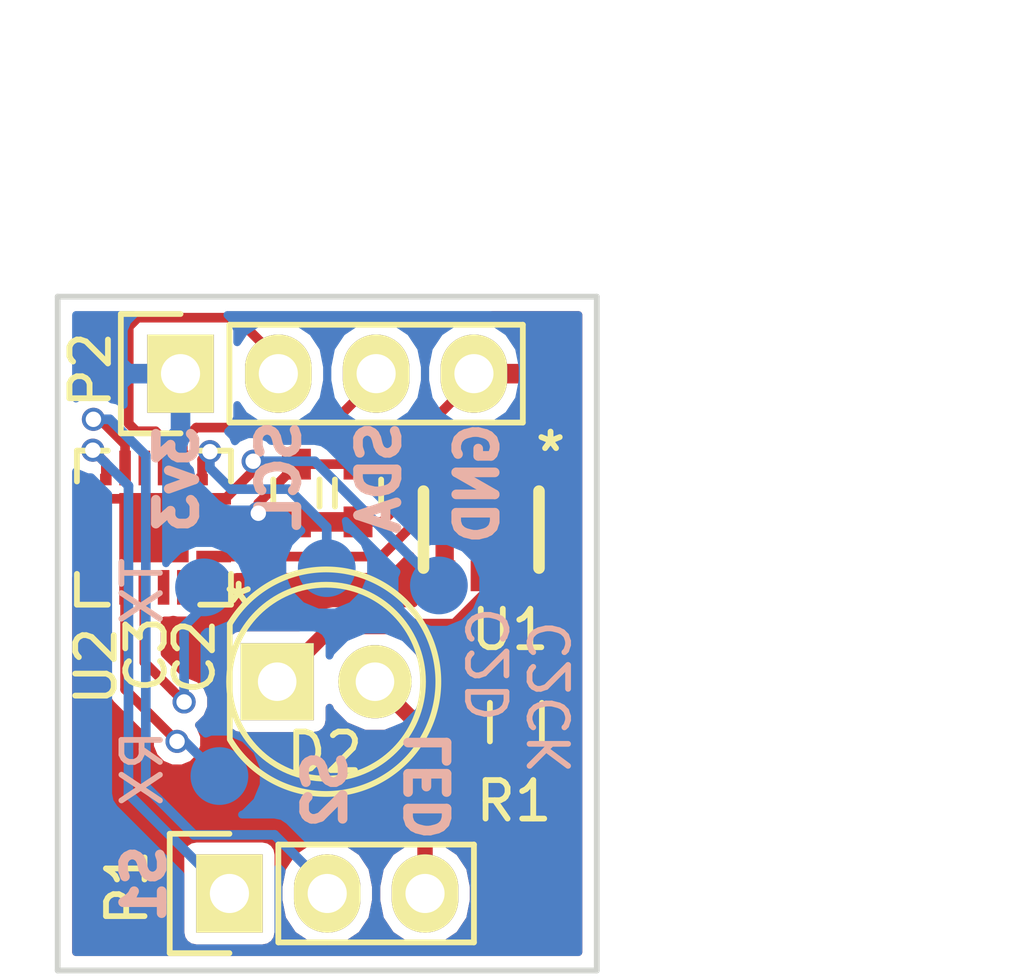
<source format=kicad_pcb>
(kicad_pcb (version 4) (host pcbnew "(2016-01-25 BZR 6514, Git a23e712)-product")

  (general
    (links 22)
    (no_connects 0)
    (area 141.225 97.65 172.075242 125.608333)
    (thickness 1.6)
    (drawings 13)
    (tracks 100)
    (zones 0)
    (modules 12)
    (nets 15)
  )

  (page A4)
  (layers
    (0 F.Cu signal)
    (31 B.Cu signal)
    (32 B.Adhes user)
    (33 F.Adhes user)
    (34 B.Paste user)
    (35 F.Paste user)
    (36 B.SilkS user hide)
    (37 F.SilkS user)
    (38 B.Mask user)
    (39 F.Mask user)
    (40 Dwgs.User user)
    (41 Cmts.User user)
    (42 Eco1.User user)
    (43 Eco2.User user)
    (44 Edge.Cuts user)
    (45 Margin user)
    (46 B.CrtYd user)
    (47 F.CrtYd user)
    (48 B.Fab user)
    (49 F.Fab user)
  )

  (setup
    (last_trace_width 0.25)
    (trace_clearance 0.2)
    (zone_clearance 0.3)
    (zone_45_only no)
    (trace_min 0.2)
    (segment_width 0.15)
    (edge_width 0.15)
    (via_size 0.6)
    (via_drill 0.4)
    (via_min_size 0.4)
    (via_min_drill 0.3)
    (uvia_size 0.3)
    (uvia_drill 0.1)
    (uvias_allowed no)
    (uvia_min_size 0.2)
    (uvia_min_drill 0.1)
    (pcb_text_width 0.3)
    (pcb_text_size 1.5 1.5)
    (mod_edge_width 0.15)
    (mod_text_size 1 1)
    (mod_text_width 0.15)
    (pad_size 1.524 1.524)
    (pad_drill 0.762)
    (pad_to_mask_clearance 0.2)
    (aux_axis_origin 150 115)
    (visible_elements FFFFFF7F)
    (pcbplotparams
      (layerselection 0x010f0_ffffffff)
      (usegerberextensions true)
      (excludeedgelayer true)
      (linewidth 0.100000)
      (plotframeref false)
      (viasonmask false)
      (mode 1)
      (useauxorigin true)
      (hpglpennumber 1)
      (hpglpenspeed 20)
      (hpglpendiameter 15)
      (hpglpenoverlay 2)
      (psnegative false)
      (psa4output false)
      (plotreference true)
      (plotvalue true)
      (plotinvisibletext false)
      (padsonsilk false)
      (subtractmaskfromsilk false)
      (outputformat 1)
      (mirror false)
      (drillshape 0)
      (scaleselection 1)
      (outputdirectory LED-Board-Module-gerbers/))
  )

  (net 0 "")
  (net 1 VDD)
  (net 2 GND)
  (net 3 "Net-(D2-Pad1)")
  (net 4 S1)
  (net 5 S2)
  (net 6 SCL)
  (net 7 SDA)
  (net 8 CTRL)
  (net 9 "Net-(U2-Pad6)")
  (net 10 "Net-(U2-Pad18)")
  (net 11 "Net-(U2-Pad17)")
  (net 12 "Net-(U2-Pad5)")
  (net 13 LED)
  (net 14 "Net-(R1-Pad2)")

  (net_class Default "This is the default net class."
    (clearance 0.2)
    (trace_width 0.25)
    (via_dia 0.6)
    (via_drill 0.4)
    (uvia_dia 0.3)
    (uvia_drill 0.1)
    (add_net CTRL)
    (add_net GND)
    (add_net LED)
    (add_net "Net-(D2-Pad1)")
    (add_net "Net-(R1-Pad2)")
    (add_net "Net-(U2-Pad17)")
    (add_net "Net-(U2-Pad18)")
    (add_net "Net-(U2-Pad5)")
    (add_net "Net-(U2-Pad6)")
    (add_net S1)
    (add_net S2)
    (add_net SCL)
    (add_net SDA)
    (add_net VDD)
  )

  (module Footprints:Silabs-QFN20 (layer F.Cu) (tedit 576CDA69) (tstamp 5747F9C7)
    (at 145.5 111 180)
    (path /5745B630)
    (fp_text reference U2 (at 1.5 -3.6 450) (layer F.SilkS)
      (effects (font (size 1 1) (thickness 0.15)))
    )
    (fp_text value EFM8BB10F2G (at 3.15 -0.9 270) (layer F.Fab)
      (effects (font (size 1 1) (thickness 0.15)))
    )
    (fp_line (start -2 2) (end -2 -2) (layer F.CrtYd) (width 0.1))
    (fp_line (start 2 2) (end -2 2) (layer F.CrtYd) (width 0.1))
    (fp_line (start 2 -2) (end 2 2) (layer F.CrtYd) (width 0.1))
    (fp_line (start -2 -2) (end 2 -2) (layer F.CrtYd) (width 0.1))
    (fp_text user * (at -2.2 -2 180) (layer F.SilkS)
      (effects (font (size 1 1) (thickness 0.15)))
    )
    (fp_line (start 2 -2) (end 1.2 -2) (layer F.SilkS) (width 0.15))
    (fp_line (start 2 -1.2) (end 2 -2) (layer F.SilkS) (width 0.15))
    (fp_line (start 1.2 2) (end 2 2) (layer F.SilkS) (width 0.15))
    (fp_line (start -2 2) (end -1.2 2) (layer F.SilkS) (width 0.15))
    (fp_line (start -2 1.2) (end -2 2) (layer F.SilkS) (width 0.15))
    (fp_line (start -2 -2) (end -1.2 -2) (layer F.SilkS) (width 0.15))
    (fp_line (start -2 -1.2) (end -2 -2) (layer F.SilkS) (width 0.15))
    (fp_line (start 2 1.2) (end 2 2) (layer F.SilkS) (width 0.15))
    (pad 21 smd rect (at 0 0 180) (size 1.8 1.8) (layers F.Cu F.Paste F.Mask)
      (net 2 GND))
    (pad 6 smd rect (at -1.25 1.25 180) (size 0.3 0.3) (layers F.Cu F.Paste F.Mask)
      (net 9 "Net-(U2-Pad6)"))
    (pad 1 smd rect (at -1.25 -1.25 180) (size 0.3 0.3) (layers F.Cu F.Paste F.Mask))
    (pad 11 smd rect (at 1.25 1.25 180) (size 0.3 0.3) (layers F.Cu F.Paste F.Mask)
      (net 4 S1))
    (pad 16 smd rect (at 1.25 -1.25 180) (size 0.3 0.3) (layers F.Cu F.Paste F.Mask))
    (pad 7 smd rect (at -0.75 1.55 180) (size 0.3 0.9) (layers F.Cu F.Paste F.Mask)
      (net 7 SDA))
    (pad 8 smd rect (at -0.25 1.55 180) (size 0.3 0.9) (layers F.Cu F.Paste F.Mask)
      (net 6 SCL))
    (pad 9 smd rect (at 0.25 1.55 180) (size 0.3 0.9) (layers F.Cu F.Paste F.Mask))
    (pad 10 smd rect (at 0.75 1.55 180) (size 0.3 0.9) (layers F.Cu F.Paste F.Mask)
      (net 5 S2))
    (pad 20 smd rect (at -0.75 -1.55 180) (size 0.3 0.9) (layers F.Cu F.Paste F.Mask))
    (pad 19 smd rect (at -0.25 -1.55 180) (size 0.3 0.9) (layers F.Cu F.Paste F.Mask))
    (pad 18 smd rect (at 0.25 -1.55 180) (size 0.3 0.9) (layers F.Cu F.Paste F.Mask)
      (net 10 "Net-(U2-Pad18)"))
    (pad 17 smd rect (at 0.75 -1.55 180) (size 0.3 0.9) (layers F.Cu F.Paste F.Mask)
      (net 11 "Net-(U2-Pad17)"))
    (pad 2 smd rect (at -1.55 -0.75 270) (size 0.3 0.9) (layers F.Cu F.Paste F.Mask)
      (net 8 CTRL))
    (pad 4 smd rect (at -1.55 0.25 270) (size 0.3 0.9) (layers F.Cu F.Paste F.Mask)
      (net 1 VDD))
    (pad 3 smd rect (at -1.55 -0.25 270) (size 0.3 0.9) (layers F.Cu F.Paste F.Mask)
      (net 2 GND))
    (pad 5 smd rect (at -1.55 0.75 270) (size 0.3 0.9) (layers F.Cu F.Paste F.Mask)
      (net 12 "Net-(U2-Pad5)"))
    (pad 12 smd rect (at 1.55 0.75 270) (size 0.3 0.9) (layers F.Cu F.Paste F.Mask)
      (net 2 GND))
    (pad 13 smd rect (at 1.55 0.25 270) (size 0.3 0.9) (layers F.Cu F.Paste F.Mask))
    (pad 14 smd rect (at 1.55 -0.25 270) (size 0.3 0.9) (layers F.Cu F.Paste F.Mask))
    (pad 15 smd rect (at 1.55 -0.75 270) (size 0.3 0.9) (layers F.Cu F.Paste F.Mask))
  )

  (module SOT26 (layer F.Cu) (tedit 576C8ED3) (tstamp 576BC081)
    (at 154 111.05 180)
    (path /57712D0D)
    (fp_text reference U1 (at -0.75 -2.6 180) (layer F.SilkS)
      (effects (font (size 1 1) (thickness 0.15)))
    )
    (fp_text value BCR42XU (at -3.95 1.45 270) (layer F.Fab)
      (effects (font (size 1 1) (thickness 0.15)))
    )
    (fp_line (start 1.5 -1) (end 1.5 1) (layer F.SilkS) (width 0.3))
    (fp_line (start -1.5 -1) (end -1.5 1) (layer F.SilkS) (width 0.3))
    (fp_text user * (at -1.8 2 180) (layer F.SilkS)
      (effects (font (size 1 1) (thickness 0.15)))
    )
    (pad 6 smd rect (at -0.95 -1.2 180) (size 0.55 0.8) (layers F.Cu F.Paste F.Mask)
      (net 14 "Net-(R1-Pad2)"))
    (pad 5 smd rect (at 0 -1.2 180) (size 0.55 0.8) (layers F.Cu F.Paste F.Mask)
      (net 3 "Net-(D2-Pad1)"))
    (pad 4 smd rect (at 0.95 -1.2 180) (size 0.55 0.8) (layers F.Cu F.Paste F.Mask)
      (net 2 GND))
    (pad 1 smd rect (at -0.95 1.2 180) (size 0.55 0.8) (layers F.Cu F.Paste F.Mask)
      (net 8 CTRL))
    (pad 2 smd rect (at 0 1.2 180) (size 0.55 0.8) (layers F.Cu F.Paste F.Mask))
    (pad 3 smd rect (at 0.95 1.2 180) (size 0.55 0.8) (layers F.Cu F.Paste F.Mask))
  )

  (module LEDs:LED-5MM (layer F.Cu) (tedit 57481897) (tstamp 5747F98F)
    (at 148.7 115)
    (descr "LED 5mm round vertical")
    (tags "LED 5mm round vertical")
    (path /57466C85)
    (fp_text reference D2 (at 1.233 1.84) (layer F.SilkS)
      (effects (font (size 1 1) (thickness 0.15)))
    )
    (fp_text value LED (at 1.524 -3.937) (layer F.Fab) hide
      (effects (font (size 1 1) (thickness 0.15)))
    )
    (fp_line (start -1.5 -1.55) (end -1.5 1.55) (layer F.CrtYd) (width 0.05))
    (fp_arc (start 1.3 0) (end -1.5 1.55) (angle -302) (layer F.CrtYd) (width 0.05))
    (fp_arc (start 1.27 0) (end -1.23 -1.5) (angle 297.5) (layer F.SilkS) (width 0.15))
    (fp_line (start -1.23 1.5) (end -1.23 -1.5) (layer F.SilkS) (width 0.15))
    (fp_circle (center 1.27 0) (end 0.97 -2.5) (layer F.SilkS) (width 0.15))
    (fp_text user K (at -1.905 1.905) (layer F.SilkS) hide
      (effects (font (size 1 1) (thickness 0.15)))
    )
    (pad 1 thru_hole rect (at 0 0 90) (size 2 1.9) (drill 1.00076) (layers *.Cu *.Mask F.SilkS)
      (net 3 "Net-(D2-Pad1)"))
    (pad 2 thru_hole circle (at 2.54 0) (size 1.9 1.9) (drill 1.00076) (layers *.Cu *.Mask F.SilkS)
      (net 13 LED))
    (model LEDs.3dshapes/LED-5MM.wrl
      (at (xyz 0.05 0 0))
      (scale (xyz 1 1 1))
      (rotate (xyz 0 0 90))
    )
  )

  (module Pin_Headers:Pin_Header_Straight_1x03 (layer F.Cu) (tedit 5747FD85) (tstamp 5747F996)
    (at 147.46 120.5 90)
    (descr "Through hole pin header")
    (tags "pin header")
    (path /5747F9F4)
    (fp_text reference P1 (at 0.15 -2.66 90) (layer F.SilkS)
      (effects (font (size 1 1) (thickness 0.15)))
    )
    (fp_text value CONN_01X03 (at 0 -3.1 90) (layer F.Fab) hide
      (effects (font (size 1 1) (thickness 0.15)))
    )
    (fp_line (start -1.75 -1.75) (end -1.75 6.85) (layer F.CrtYd) (width 0.05))
    (fp_line (start 1.75 -1.75) (end 1.75 6.85) (layer F.CrtYd) (width 0.05))
    (fp_line (start -1.75 -1.75) (end 1.75 -1.75) (layer F.CrtYd) (width 0.05))
    (fp_line (start -1.75 6.85) (end 1.75 6.85) (layer F.CrtYd) (width 0.05))
    (fp_line (start -1.27 1.27) (end -1.27 6.35) (layer F.SilkS) (width 0.15))
    (fp_line (start -1.27 6.35) (end 1.27 6.35) (layer F.SilkS) (width 0.15))
    (fp_line (start 1.27 6.35) (end 1.27 1.27) (layer F.SilkS) (width 0.15))
    (fp_line (start 1.55 -1.55) (end 1.55 0) (layer F.SilkS) (width 0.15))
    (fp_line (start 1.27 1.27) (end -1.27 1.27) (layer F.SilkS) (width 0.15))
    (fp_line (start -1.55 0) (end -1.55 -1.55) (layer F.SilkS) (width 0.15))
    (fp_line (start -1.55 -1.55) (end 1.55 -1.55) (layer F.SilkS) (width 0.15))
    (pad 1 thru_hole rect (at 0 0 90) (size 2.032 1.7272) (drill 1.016) (layers *.Cu *.Mask F.SilkS)
      (net 4 S1))
    (pad 2 thru_hole oval (at 0 2.54 90) (size 2.032 1.7272) (drill 1.016) (layers *.Cu *.Mask F.SilkS)
      (net 5 S2))
    (pad 3 thru_hole oval (at 0 5.08 90) (size 2.032 1.7272) (drill 1.016) (layers *.Cu *.Mask F.SilkS)
      (net 13 LED))
    (model Pin_Headers.3dshapes/Pin_Header_Straight_1x03.wrl
      (at (xyz 0 -0.1 0))
      (scale (xyz 1 1 1))
      (rotate (xyz 0 0 90))
    )
  )

  (module Pin_Headers:Pin_Header_Straight_1x04 (layer F.Cu) (tedit 5747FD0B) (tstamp 5747F99E)
    (at 146.19 107 90)
    (descr "Through hole pin header")
    (tags "pin header")
    (path /5747FBC4)
    (fp_text reference P2 (at 0.1 -2.34 90) (layer F.SilkS)
      (effects (font (size 1 1) (thickness 0.15)))
    )
    (fp_text value CONN_01X04 (at 0 -3.1 90) (layer F.Fab) hide
      (effects (font (size 1 1) (thickness 0.15)))
    )
    (fp_line (start -1.75 -1.75) (end -1.75 9.4) (layer F.CrtYd) (width 0.05))
    (fp_line (start 1.75 -1.75) (end 1.75 9.4) (layer F.CrtYd) (width 0.05))
    (fp_line (start -1.75 -1.75) (end 1.75 -1.75) (layer F.CrtYd) (width 0.05))
    (fp_line (start -1.75 9.4) (end 1.75 9.4) (layer F.CrtYd) (width 0.05))
    (fp_line (start -1.27 1.27) (end -1.27 8.89) (layer F.SilkS) (width 0.15))
    (fp_line (start 1.27 1.27) (end 1.27 8.89) (layer F.SilkS) (width 0.15))
    (fp_line (start 1.55 -1.55) (end 1.55 0) (layer F.SilkS) (width 0.15))
    (fp_line (start -1.27 8.89) (end 1.27 8.89) (layer F.SilkS) (width 0.15))
    (fp_line (start 1.27 1.27) (end -1.27 1.27) (layer F.SilkS) (width 0.15))
    (fp_line (start -1.55 0) (end -1.55 -1.55) (layer F.SilkS) (width 0.15))
    (fp_line (start -1.55 -1.55) (end 1.55 -1.55) (layer F.SilkS) (width 0.15))
    (pad 1 thru_hole rect (at 0 0 90) (size 2.032 1.7272) (drill 1.016) (layers *.Cu *.Mask F.SilkS)
      (net 1 VDD))
    (pad 2 thru_hole oval (at 0 2.54 90) (size 2.032 1.7272) (drill 1.016) (layers *.Cu *.Mask F.SilkS)
      (net 6 SCL))
    (pad 3 thru_hole oval (at 0 5.08 90) (size 2.032 1.7272) (drill 1.016) (layers *.Cu *.Mask F.SilkS)
      (net 7 SDA))
    (pad 4 thru_hole oval (at 0 7.62 90) (size 2.032 1.7272) (drill 1.016) (layers *.Cu *.Mask F.SilkS)
      (net 2 GND))
    (model Pin_Headers.3dshapes/Pin_Header_Straight_1x04.wrl
      (at (xyz 0 -0.15 0))
      (scale (xyz 1 1 1))
      (rotate (xyz 0 0 90))
    )
  )

  (module Footprints:TEST_POINT (layer B.Cu) (tedit 57481AAA) (tstamp 5747F9CC)
    (at 146.8 112.55)
    (path /5745BEB5)
    (fp_text reference W1 (at 3 -1.5) (layer B.SilkS) hide
      (effects (font (size 1 1) (thickness 0.15)) (justify mirror))
    )
    (fp_text value TX (at -1.6 0.1 90) (layer B.SilkS)
      (effects (font (size 1 1) (thickness 0.15)) (justify mirror))
    )
    (pad 1 smd circle (at 0 0) (size 1.5 1.5) (layers B.Cu B.Paste B.Mask)
      (net 10 "Net-(U2-Pad18)"))
  )

  (module Footprints:TEST_POINT (layer B.Cu) (tedit 57481AB1) (tstamp 5747F9E5)
    (at 147.2 117.45)
    (path /5745BEFF)
    (fp_text reference W6 (at 3 -1.5) (layer B.SilkS) hide
      (effects (font (size 1 1) (thickness 0.15)) (justify mirror))
    )
    (fp_text value RX (at -2 -0.2 90) (layer B.SilkS)
      (effects (font (size 1 1) (thickness 0.15)) (justify mirror))
    )
    (pad 1 smd circle (at 0 0) (size 1.5 1.5) (layers B.Cu B.Paste B.Mask)
      (net 11 "Net-(U2-Pad17)"))
  )

  (module Footprints:TEST_POINT (layer B.Cu) (tedit 57481ADD) (tstamp 5747F9EA)
    (at 152.9 112.5)
    (path /5747162F)
    (fp_text reference W7 (at 3 -1.5) (layer B.SilkS) hide
      (effects (font (size 1 1) (thickness 0.15)) (justify mirror))
    )
    (fp_text value C2CK (at 2.9 2.9 90) (layer B.SilkS)
      (effects (font (size 1 1) (thickness 0.15)) (justify mirror))
    )
    (pad 1 smd circle (at 0 0) (size 1.5 1.5) (layers B.Cu B.Paste B.Mask)
      (net 12 "Net-(U2-Pad5)"))
  )

  (module Footprints:TEST_POINT (layer B.Cu) (tedit 57481AA7) (tstamp 5747F9EF)
    (at 149.987 112.05)
    (path /574716CB)
    (fp_text reference W8 (at 3 -1.5) (layer B.SilkS) hide
      (effects (font (size 1 1) (thickness 0.15)) (justify mirror))
    )
    (fp_text value C2D (at 4.213 2.5 270) (layer B.SilkS)
      (effects (font (size 1 1) (thickness 0.15)) (justify mirror))
    )
    (pad 1 smd circle (at 0 0) (size 1.5 1.5) (layers B.Cu B.Paste B.Mask)
      (net 9 "Net-(U2-Pad6)"))
  )

  (module Resistors_SMD:R_0603 (layer F.Cu) (tedit 5415CC62) (tstamp 576BC07C)
    (at 154.9 116.05 90)
    (descr "Resistor SMD 0603, reflow soldering, Vishay (see dcrcw.pdf)")
    (tags "resistor 0603")
    (path /57714B38)
    (attr smd)
    (fp_text reference R1 (at -2.05 -0.05 180) (layer F.SilkS)
      (effects (font (size 1 1) (thickness 0.15)))
    )
    (fp_text value 96R (at -0.25 3 90) (layer F.Fab)
      (effects (font (size 1 1) (thickness 0.15)))
    )
    (fp_line (start -1.3 -0.8) (end 1.3 -0.8) (layer F.CrtYd) (width 0.05))
    (fp_line (start -1.3 0.8) (end 1.3 0.8) (layer F.CrtYd) (width 0.05))
    (fp_line (start -1.3 -0.8) (end -1.3 0.8) (layer F.CrtYd) (width 0.05))
    (fp_line (start 1.3 -0.8) (end 1.3 0.8) (layer F.CrtYd) (width 0.05))
    (fp_line (start 0.5 0.675) (end -0.5 0.675) (layer F.SilkS) (width 0.15))
    (fp_line (start -0.5 -0.675) (end 0.5 -0.675) (layer F.SilkS) (width 0.15))
    (pad 1 smd rect (at -0.75 0 90) (size 0.5 0.9) (layers F.Cu F.Paste F.Mask)
      (net 2 GND))
    (pad 2 smd rect (at 0.75 0 90) (size 0.5 0.9) (layers F.Cu F.Paste F.Mask)
      (net 14 "Net-(R1-Pad2)"))
    (model Resistors_SMD.3dshapes/R_0603.wrl
      (at (xyz 0 0 0))
      (scale (xyz 1 1 1))
      (rotate (xyz 0 0 0))
    )
  )

  (module Capacitors_SMD:C_0603 (layer F.Cu) (tedit 5415D631) (tstamp 576C88C4)
    (at 150.8 110.1 270)
    (descr "Capacitor SMD 0603, reflow soldering, AVX (see smccp.pdf)")
    (tags "capacitor 0603")
    (path /5745F1FE)
    (attr smd)
    (fp_text reference C2 (at 4.25 4.25 270) (layer F.SilkS)
      (effects (font (size 1 1) (thickness 0.15)))
    )
    (fp_text value 1uF (at 3 -0.1 270) (layer F.Fab)
      (effects (font (size 1 1) (thickness 0.15)))
    )
    (fp_line (start -1.45 -0.75) (end 1.45 -0.75) (layer F.CrtYd) (width 0.05))
    (fp_line (start -1.45 0.75) (end 1.45 0.75) (layer F.CrtYd) (width 0.05))
    (fp_line (start -1.45 -0.75) (end -1.45 0.75) (layer F.CrtYd) (width 0.05))
    (fp_line (start 1.45 -0.75) (end 1.45 0.75) (layer F.CrtYd) (width 0.05))
    (fp_line (start -0.35 -0.6) (end 0.35 -0.6) (layer F.SilkS) (width 0.15))
    (fp_line (start 0.35 0.6) (end -0.35 0.6) (layer F.SilkS) (width 0.15))
    (pad 1 smd rect (at -0.75 0 270) (size 0.8 0.75) (layers F.Cu F.Paste F.Mask)
      (net 1 VDD))
    (pad 2 smd rect (at 0.75 0 270) (size 0.8 0.75) (layers F.Cu F.Paste F.Mask)
      (net 2 GND))
    (model Capacitors_SMD.3dshapes/C_0603.wrl
      (at (xyz 0 0 0))
      (scale (xyz 1 1 1))
      (rotate (xyz 0 0 0))
    )
  )

  (module Capacitors_SMD:C_0603 (layer F.Cu) (tedit 5415D631) (tstamp 576C88C9)
    (at 149.2 110.1 270)
    (descr "Capacitor SMD 0603, reflow soldering, AVX (see smccp.pdf)")
    (tags "capacitor 0603")
    (path /5745F236)
    (attr smd)
    (fp_text reference C3 (at 4.2 3.9 270) (layer F.SilkS)
      (effects (font (size 1 1) (thickness 0.15)))
    )
    (fp_text value 100nF (at 3.8 0.05 270) (layer F.Fab)
      (effects (font (size 1 1) (thickness 0.15)))
    )
    (fp_line (start -1.45 -0.75) (end 1.45 -0.75) (layer F.CrtYd) (width 0.05))
    (fp_line (start -1.45 0.75) (end 1.45 0.75) (layer F.CrtYd) (width 0.05))
    (fp_line (start -1.45 -0.75) (end -1.45 0.75) (layer F.CrtYd) (width 0.05))
    (fp_line (start 1.45 -0.75) (end 1.45 0.75) (layer F.CrtYd) (width 0.05))
    (fp_line (start -0.35 -0.6) (end 0.35 -0.6) (layer F.SilkS) (width 0.15))
    (fp_line (start 0.35 0.6) (end -0.35 0.6) (layer F.SilkS) (width 0.15))
    (pad 1 smd rect (at -0.75 0 270) (size 0.8 0.75) (layers F.Cu F.Paste F.Mask)
      (net 1 VDD))
    (pad 2 smd rect (at 0.75 0 270) (size 0.8 0.75) (layers F.Cu F.Paste F.Mask)
      (net 2 GND))
    (model Capacitors_SMD.3dshapes/C_0603.wrl
      (at (xyz 0 0 0))
      (scale (xyz 1 1 1))
      (rotate (xyz 0 0 0))
    )
  )

  (gr_text LED (at 152.65 117.7 90) (layer B.SilkS) (tstamp 576C8D0F)
    (effects (font (size 1 1) (thickness 0.25)) (justify mirror))
  )
  (gr_text S2 (at 149.95 117.8 90) (layer B.SilkS) (tstamp 576C8D0C)
    (effects (font (size 1 1) (thickness 0.25)) (justify mirror))
  )
  (gr_text S1 (at 145.25 120.25 90) (layer B.SilkS) (tstamp 576C8D06)
    (effects (font (size 1 1) (thickness 0.25)) (justify mirror))
  )
  (gr_text GND (at 153.9 109.85 90) (layer B.SilkS) (tstamp 576C8C5C)
    (effects (font (size 1 1) (thickness 0.25)) (justify mirror))
  )
  (gr_text SDA (at 151.35 109.7 90) (layer B.SilkS) (tstamp 576C8C5A)
    (effects (font (size 1 1) (thickness 0.25)) (justify mirror))
  )
  (gr_text SCL (at 148.75 109.65 90) (layer B.SilkS) (tstamp 576C8C4F)
    (effects (font (size 1 1) (thickness 0.25)) (justify mirror))
  )
  (gr_text 3v3 (at 146.1 109.75 90) (layer B.SilkS)
    (effects (font (size 1 1) (thickness 0.25)) (justify mirror))
  )
  (dimension 14 (width 0.3) (layer Eco1.User)
    (gr_text "14.000 mm" (at 150 99.15) (layer Eco1.User)
      (effects (font (size 1.5 1.5) (thickness 0.3)))
    )
    (feature1 (pts (xy 143 105) (xy 143 97.8)))
    (feature2 (pts (xy 157 105) (xy 157 97.8)))
    (crossbar (pts (xy 157 100.5) (xy 143 100.5)))
    (arrow1a (pts (xy 143 100.5) (xy 144.126504 99.913579)))
    (arrow1b (pts (xy 143 100.5) (xy 144.126504 101.086421)))
    (arrow2a (pts (xy 157 100.5) (xy 155.873496 99.913579)))
    (arrow2b (pts (xy 157 100.5) (xy 155.873496 101.086421)))
  )
  (dimension 17.5 (width 0.3) (layer Eco1.User)
    (gr_text "17.500 mm" (at 165.425242 113.777149 270) (layer Eco1.User)
      (effects (font (size 1.5 1.5) (thickness 0.3)))
    )
    (feature1 (pts (xy 157.450242 122.527149) (xy 166.775242 122.527149)))
    (feature2 (pts (xy 157.450242 105.027149) (xy 166.775242 105.027149)))
    (crossbar (pts (xy 164.075242 105.027149) (xy 164.075242 122.527149)))
    (arrow1a (pts (xy 164.075242 122.527149) (xy 163.488821 121.400645)))
    (arrow1b (pts (xy 164.075242 122.527149) (xy 164.661663 121.400645)))
    (arrow2a (pts (xy 164.075242 105.027149) (xy 163.488821 106.153653)))
    (arrow2b (pts (xy 164.075242 105.027149) (xy 164.661663 106.153653)))
  )
  (gr_line (start 143 122.5) (end 143 105) (layer Edge.Cuts) (width 0.15))
  (gr_line (start 157 122.5) (end 143 122.5) (layer Edge.Cuts) (width 0.15))
  (gr_line (start 157 105) (end 157 122.5) (layer Edge.Cuts) (width 0.15))
  (gr_line (start 143 105) (end 157 105) (layer Edge.Cuts) (width 0.15))

  (segment (start 147.05 110.75) (end 148.085178 110.75) (width 0.25) (layer F.Cu) (net 1))
  (segment (start 148.210198 110.364802) (end 148.210198 110.62498) (width 0.25) (layer F.Cu) (net 1))
  (segment (start 148.085178 110.75) (end 148.210198 110.62498) (width 0.25) (layer F.Cu) (net 1))
  (segment (start 149.2 109.375) (end 148.210198 110.364802) (width 0.25) (layer F.Cu) (net 1))
  (segment (start 149.2 109.35) (end 149.2 109.375) (width 0.25) (layer F.Cu) (net 1))
  (via (at 148.210198 110.62498) (size 0.6) (drill 0.4) (layers F.Cu B.Cu) (net 1))
  (segment (start 149.2 109.35) (end 150.8 109.35) (width 0.25) (layer F.Cu) (net 1))
  (segment (start 146.19 107) (end 146.19 106.8476) (width 0.25) (layer B.Cu) (net 1))
  (segment (start 146.19 107.1524) (end 146.19 107) (width 0.25) (layer F.Cu) (net 1))
  (segment (start 147.05 111.25) (end 148.825 111.25) (width 0.25) (layer F.Cu) (net 2))
  (segment (start 148.825 111.25) (end 149.2 110.875) (width 0.25) (layer F.Cu) (net 2))
  (segment (start 149.2 110.875) (end 149.2 110.85) (width 0.25) (layer F.Cu) (net 2))
  (segment (start 150.8 110.85) (end 151.425 110.85) (width 0.25) (layer F.Cu) (net 2))
  (segment (start 151.425 110.85) (end 151.8 110.475) (width 0.25) (layer F.Cu) (net 2))
  (segment (start 151.8 110.475) (end 151.8 109.1624) (width 0.25) (layer F.Cu) (net 2))
  (segment (start 151.8 109.1624) (end 153.81 107.1524) (width 0.25) (layer F.Cu) (net 2))
  (segment (start 153.81 107.1524) (end 153.81 107) (width 0.25) (layer F.Cu) (net 2))
  (segment (start 145.5 111) (end 145.75 111.25) (width 0.25) (layer F.Cu) (net 2))
  (segment (start 145.75 111.25) (end 147.05 111.25) (width 0.25) (layer F.Cu) (net 2))
  (segment (start 143.95 110.25) (end 144.75 110.25) (width 0.25) (layer F.Cu) (net 2))
  (segment (start 144.75 110.25) (end 145.5 111) (width 0.25) (layer F.Cu) (net 2))
  (segment (start 148.7 115) (end 150.133775 113.566225) (width 0.4) (layer F.Cu) (net 3))
  (segment (start 150.133775 113.566225) (end 153.333775 113.566225) (width 0.4) (layer F.Cu) (net 3))
  (segment (start 153.333775 113.566225) (end 154.25 112.65) (width 0.4) (layer F.Cu) (net 3))
  (segment (start 154.25 112.65) (end 154.25 112) (width 0.4) (layer F.Cu) (net 3))
  (segment (start 147.46 120.5) (end 147.42259 120.5) (width 0.25) (layer B.Cu) (net 4))
  (segment (start 147.42259 120.5) (end 144.837989 117.915399) (width 0.25) (layer B.Cu) (net 4))
  (segment (start 144.837989 117.915399) (end 144.837989 109.913263) (width 0.25) (layer B.Cu) (net 4))
  (segment (start 144.212706 109.28798) (end 143.912707 108.987981) (width 0.25) (layer B.Cu) (net 4))
  (segment (start 144.837989 109.913263) (end 144.212706 109.28798) (width 0.25) (layer B.Cu) (net 4))
  (segment (start 144.212706 109.28798) (end 143.912707 108.987981) (width 0.25) (layer F.Cu) (net 4))
  (segment (start 144.25 109.325274) (end 144.212706 109.28798) (width 0.25) (layer F.Cu) (net 4))
  (segment (start 144.25 109.75) (end 144.25 109.325274) (width 0.25) (layer F.Cu) (net 4))
  (via (at 143.912707 108.987981) (size 0.6) (drill 0.4) (layers F.Cu B.Cu) (net 4))
  (segment (start 150 120.5) (end 150 120.3476) (width 0.25) (layer B.Cu) (net 5))
  (segment (start 150 120.3476) (end 148.630156 118.977756) (width 0.25) (layer B.Cu) (net 5))
  (segment (start 148.630156 118.977756) (end 146.536756 118.977756) (width 0.25) (layer B.Cu) (net 5))
  (segment (start 146.536756 118.977756) (end 145.288 117.729) (width 0.25) (layer B.Cu) (net 5))
  (segment (start 145.288 117.729) (end 145.288 109.12174) (width 0.25) (layer B.Cu) (net 5))
  (segment (start 144.352348 108.186088) (end 143.928084 108.186088) (width 0.25) (layer B.Cu) (net 5))
  (segment (start 145.288 109.12174) (end 144.352348 108.186088) (width 0.25) (layer B.Cu) (net 5))
  (segment (start 144.096007 108.186088) (end 143.928084 108.186088) (width 0.25) (layer F.Cu) (net 5))
  (segment (start 144.75 108.840081) (end 144.096007 108.186088) (width 0.25) (layer F.Cu) (net 5))
  (segment (start 144.75 109.45) (end 144.75 108.840081) (width 0.25) (layer F.Cu) (net 5))
  (via (at 143.928084 108.186088) (size 0.6) (drill 0.4) (layers F.Cu B.Cu) (net 5))
  (segment (start 150 120.5) (end 150 120.6524) (width 0.25) (layer B.Cu) (net 5))
  (segment (start 147.641617 105.54662) (end 148.73 106.635003) (width 0.25) (layer F.Cu) (net 6))
  (segment (start 144.845167 105.782525) (end 145.081072 105.54662) (width 0.25) (layer F.Cu) (net 6))
  (segment (start 144.845167 108.298837) (end 144.845167 105.782525) (width 0.25) (layer F.Cu) (net 6))
  (segment (start 145.538136 108.495424) (end 145.041754 108.495424) (width 0.25) (layer F.Cu) (net 6))
  (segment (start 145.75 108.707288) (end 145.538136 108.495424) (width 0.25) (layer F.Cu) (net 6))
  (segment (start 148.73 106.635003) (end 148.73 107) (width 0.25) (layer F.Cu) (net 6))
  (segment (start 145.041754 108.495424) (end 144.845167 108.298837) (width 0.25) (layer F.Cu) (net 6))
  (segment (start 145.081072 105.54662) (end 147.641617 105.54662) (width 0.25) (layer F.Cu) (net 6))
  (segment (start 145.75 109.45) (end 145.75 108.707288) (width 0.25) (layer F.Cu) (net 6))
  (segment (start 146.25 109.45) (end 146.25 108.75) (width 0.25) (layer F.Cu) (net 7))
  (segment (start 146.25 108.75) (end 146.599103 108.400897) (width 0.25) (layer F.Cu) (net 7))
  (segment (start 146.599103 108.400897) (end 150.021503 108.400897) (width 0.25) (layer F.Cu) (net 7))
  (segment (start 150.021503 108.400897) (end 151.27 107.1524) (width 0.25) (layer F.Cu) (net 7))
  (segment (start 151.27 107.1524) (end 151.27 107) (width 0.25) (layer F.Cu) (net 7))
  (segment (start 147.05 111.75) (end 147.051024 111.751024) (width 0.25) (layer F.Cu) (net 8))
  (segment (start 147.051024 111.751024) (end 151.399458 111.751024) (width 0.25) (layer F.Cu) (net 8))
  (segment (start 151.399458 111.751024) (end 152.286817 110.863665) (width 0.25) (layer F.Cu) (net 8))
  (segment (start 152.286817 110.863665) (end 152.286817 109.340164) (width 0.25) (layer F.Cu) (net 8))
  (segment (start 152.976981 108.65) (end 154.9 108.65) (width 0.25) (layer F.Cu) (net 8))
  (segment (start 152.286817 109.340164) (end 152.976981 108.65) (width 0.25) (layer F.Cu) (net 8))
  (segment (start 154.9 108.65) (end 155.2 108.95) (width 0.25) (layer F.Cu) (net 8))
  (segment (start 155.2 108.95) (end 155.2 109.6) (width 0.25) (layer F.Cu) (net 8))
  (segment (start 148.997639 109.999979) (end 149.987 110.98934) (width 0.25) (layer B.Cu) (net 9))
  (segment (start 147.502703 109.999979) (end 148.997639 109.999979) (width 0.25) (layer B.Cu) (net 9))
  (segment (start 146.952887 109.025899) (end 146.952887 109.450163) (width 0.25) (layer B.Cu) (net 9))
  (segment (start 146.952887 109.450163) (end 147.502703 109.999979) (width 0.25) (layer B.Cu) (net 9))
  (segment (start 149.987 110.98934) (end 149.987 112.05) (width 0.25) (layer B.Cu) (net 9))
  (segment (start 146.75 109.228786) (end 146.952887 109.025899) (width 0.25) (layer F.Cu) (net 9))
  (segment (start 146.75 109.75) (end 146.75 109.228786) (width 0.25) (layer F.Cu) (net 9))
  (via (at 146.952887 109.025899) (size 0.6) (drill 0.4) (layers F.Cu B.Cu) (net 9))
  (segment (start 146.283695 115.52629) (end 146.283695 113.558305) (width 0.25) (layer B.Cu) (net 10))
  (segment (start 146.283695 113.558305) (end 147.066 112.776) (width 0.25) (layer B.Cu) (net 10))
  (segment (start 145.25 114.492595) (end 145.983696 115.226291) (width 0.25) (layer F.Cu) (net 10))
  (segment (start 145.25 112.55) (end 145.25 114.492595) (width 0.25) (layer F.Cu) (net 10))
  (segment (start 145.983696 115.226291) (end 146.283695 115.52629) (width 0.25) (layer F.Cu) (net 10))
  (via (at 146.283695 115.52629) (size 0.6) (drill 0.4) (layers F.Cu B.Cu) (net 10))
  (segment (start 146.1 116.55) (end 146.3 116.55) (width 0.25) (layer B.Cu) (net 11))
  (segment (start 146.3 116.55) (end 147.2 117.45) (width 0.25) (layer B.Cu) (net 11))
  (segment (start 144.75 112.55) (end 144.75 115.2) (width 0.25) (layer F.Cu) (net 11))
  (segment (start 144.75 115.2) (end 146.1 116.55) (width 0.25) (layer F.Cu) (net 11))
  (via (at 146.1 116.55) (size 0.6) (drill 0.4) (layers F.Cu B.Cu) (net 11))
  (segment (start 144.75 112.55) (end 144.75 112.85) (width 0.25) (layer F.Cu) (net 11))
  (segment (start 148.076863 109.27498) (end 149.67498 109.27498) (width 0.25) (layer B.Cu) (net 12))
  (segment (start 149.67498 109.27498) (end 152.9 112.5) (width 0.25) (layer B.Cu) (net 12))
  (segment (start 148.076863 109.523137) (end 148.076863 109.27498) (width 0.25) (layer F.Cu) (net 12))
  (segment (start 147.05 110.25) (end 147.35 110.25) (width 0.25) (layer F.Cu) (net 12))
  (via (at 148.076863 109.27498) (size 0.6) (drill 0.4) (layers F.Cu B.Cu) (net 12))
  (segment (start 147.35 110.25) (end 148.076863 109.523137) (width 0.25) (layer F.Cu) (net 12))
  (segment (start 152.54 120.5) (end 152.54 116.3) (width 0.4) (layer F.Cu) (net 13))
  (segment (start 152.54 116.3) (end 151.24 115) (width 0.4) (layer F.Cu) (net 13))
  (segment (start 152.54 120.5) (end 152.54 120.3476) (width 0.25) (layer B.Cu) (net 13))
  (segment (start 155.2 113.9) (end 154.9 114.2) (width 0.25) (layer F.Cu) (net 14))
  (segment (start 154.9 114.2) (end 154.9 115.3) (width 0.25) (layer F.Cu) (net 14))
  (segment (start 155.2 112) (end 155.2 113.9) (width 0.25) (layer F.Cu) (net 14))

  (zone (net 2) (net_name GND) (layer F.Cu) (tstamp 0) (hatch edge 0.508)
    (connect_pads (clearance 0.3))
    (min_thickness 0.2)
    (fill yes (arc_segments 16) (thermal_gap 0.508) (thermal_bridge_width 0.508))
    (polygon
      (pts
        (xy 143 105) (xy 157 105) (xy 157 122.5) (xy 143 122.5)
      )
    )
    (filled_polygon
      (pts
        (xy 156.525 122.025) (xy 143.475 122.025) (xy 143.475 119.484) (xy 146.188564 119.484) (xy 146.188564 121.516)
        (xy 146.219609 121.672072) (xy 146.308016 121.804384) (xy 146.440328 121.892791) (xy 146.5964 121.923836) (xy 148.3236 121.923836)
        (xy 148.479672 121.892791) (xy 148.611984 121.804384) (xy 148.700391 121.672072) (xy 148.731436 121.516) (xy 148.731436 120.319859)
        (xy 148.7364 120.319859) (xy 148.7364 120.680141) (xy 148.832586 121.1637) (xy 149.1065 121.573641) (xy 149.516441 121.847555)
        (xy 150 121.943741) (xy 150.483559 121.847555) (xy 150.8935 121.573641) (xy 151.167414 121.1637) (xy 151.2636 120.680141)
        (xy 151.2636 120.319859) (xy 151.167414 119.8363) (xy 150.8935 119.426359) (xy 150.483559 119.152445) (xy 150 119.056259)
        (xy 149.516441 119.152445) (xy 149.1065 119.426359) (xy 148.832586 119.8363) (xy 148.7364 120.319859) (xy 148.731436 120.319859)
        (xy 148.731436 119.484) (xy 148.700391 119.327928) (xy 148.611984 119.195616) (xy 148.479672 119.107209) (xy 148.3236 119.076164)
        (xy 146.5964 119.076164) (xy 146.440328 119.107209) (xy 146.308016 119.195616) (xy 146.219609 119.327928) (xy 146.188564 119.484)
        (xy 143.475 119.484) (xy 143.475 112.302863) (xy 143.5 112.307836) (xy 143.692164 112.307836) (xy 143.692164 112.4)
        (xy 143.723209 112.556072) (xy 143.811616 112.688384) (xy 143.943928 112.776791) (xy 144.1 112.807836) (xy 144.192164 112.807836)
        (xy 144.192164 113) (xy 144.223209 113.156072) (xy 144.225 113.158752) (xy 144.225 115.2) (xy 144.264963 115.400909)
        (xy 144.378769 115.571231) (xy 145.399963 116.592425) (xy 145.399879 116.688628) (xy 145.506223 116.946) (xy 145.702964 117.143085)
        (xy 145.96015 117.249878) (xy 146.238628 117.250121) (xy 146.496 117.143777) (xy 146.693085 116.947036) (xy 146.799878 116.68985)
        (xy 146.800121 116.411372) (xy 146.693777 116.154) (xy 146.665683 116.125857) (xy 146.679695 116.120067) (xy 146.87678 115.923326)
        (xy 146.983573 115.66614) (xy 146.983816 115.387662) (xy 146.877472 115.13029) (xy 146.680731 114.933205) (xy 146.423545 114.826412)
        (xy 146.326194 114.826327) (xy 145.775 114.275133) (xy 145.775 114) (xy 147.342164 114) (xy 147.342164 116)
        (xy 147.373209 116.156072) (xy 147.461616 116.288384) (xy 147.593928 116.376791) (xy 147.75 116.407836) (xy 149.65 116.407836)
        (xy 149.806072 116.376791) (xy 149.938384 116.288384) (xy 150.026791 116.156072) (xy 150.057836 116) (xy 150.057836 115.674115)
        (xy 150.094858 115.763715) (xy 150.474288 116.143807) (xy 150.97029 116.349765) (xy 151.507353 116.350234) (xy 151.673186 116.281714)
        (xy 151.94 116.548528) (xy 151.94 119.230248) (xy 151.6465 119.426359) (xy 151.372586 119.8363) (xy 151.2764 120.319859)
        (xy 151.2764 120.680141) (xy 151.372586 121.1637) (xy 151.6465 121.573641) (xy 152.056441 121.847555) (xy 152.54 121.943741)
        (xy 153.023559 121.847555) (xy 153.4335 121.573641) (xy 153.707414 121.1637) (xy 153.8036 120.680141) (xy 153.8036 120.319859)
        (xy 153.707414 119.8363) (xy 153.4335 119.426359) (xy 153.14 119.230248) (xy 153.14 117.077) (xy 153.842 117.077)
        (xy 153.842 117.170939) (xy 153.934563 117.394405) (xy 154.105596 117.565438) (xy 154.329062 117.658) (xy 154.594 117.658)
        (xy 154.746 117.506) (xy 154.746 116.925) (xy 155.054 116.925) (xy 155.054 117.506) (xy 155.206 117.658)
        (xy 155.470938 117.658) (xy 155.694404 117.565438) (xy 155.865437 117.394405) (xy 155.958 117.170939) (xy 155.958 117.077)
        (xy 155.806 116.925) (xy 155.054 116.925) (xy 154.746 116.925) (xy 153.994 116.925) (xy 153.842 117.077)
        (xy 153.14 117.077) (xy 153.14 116.3) (xy 153.094328 116.07039) (xy 152.964264 115.875736) (xy 152.521834 115.433306)
        (xy 152.589765 115.26971) (xy 152.590234 114.732647) (xy 152.385142 114.236285) (xy 152.315204 114.166225) (xy 153.333775 114.166225)
        (xy 153.563385 114.120553) (xy 153.758039 113.990489) (xy 154.674264 113.074264) (xy 154.675 113.073163) (xy 154.675 113.682538)
        (xy 154.528769 113.828769) (xy 154.414963 113.999091) (xy 154.375 114.2) (xy 154.375 114.657083) (xy 154.293928 114.673209)
        (xy 154.161616 114.761616) (xy 154.073209 114.893928) (xy 154.042164 115.05) (xy 154.042164 115.55) (xy 154.073209 115.706072)
        (xy 154.161616 115.838384) (xy 154.293928 115.926791) (xy 154.370388 115.942) (xy 154.329062 115.942) (xy 154.105596 116.034562)
        (xy 153.934563 116.205595) (xy 153.842 116.429061) (xy 153.842 116.523) (xy 153.994 116.675) (xy 154.746 116.675)
        (xy 154.746 116.626) (xy 155.054 116.626) (xy 155.054 116.675) (xy 155.806 116.675) (xy 155.958 116.523)
        (xy 155.958 116.429061) (xy 155.865437 116.205595) (xy 155.694404 116.034562) (xy 155.470938 115.942) (xy 155.429612 115.942)
        (xy 155.506072 115.926791) (xy 155.638384 115.838384) (xy 155.726791 115.706072) (xy 155.757836 115.55) (xy 155.757836 115.05)
        (xy 155.726791 114.893928) (xy 155.638384 114.761616) (xy 155.506072 114.673209) (xy 155.425 114.657083) (xy 155.425 114.417462)
        (xy 155.571231 114.271231) (xy 155.685037 114.100909) (xy 155.725 113.9) (xy 155.725 112) (xy 155.685037 111.799091)
        (xy 155.571231 111.628769) (xy 155.547787 111.613104) (xy 155.513384 111.561616) (xy 155.381072 111.473209) (xy 155.225 111.442164)
        (xy 154.675 111.442164) (xy 154.520387 111.472919) (xy 154.47961 111.445672) (xy 154.25 111.4) (xy 154.038026 111.442164)
        (xy 153.777006 111.442164) (xy 153.669405 111.334563) (xy 153.445939 111.242) (xy 153.3395 111.242) (xy 153.1875 111.394)
        (xy 153.1875 112.096) (xy 153.224 112.096) (xy 153.224 112.404) (xy 153.1875 112.404) (xy 153.1875 112.424)
        (xy 152.9125 112.424) (xy 152.9125 112.404) (xy 152.319 112.404) (xy 152.167 112.556) (xy 152.167 112.770938)
        (xy 152.24789 112.966225) (xy 150.133775 112.966225) (xy 149.904165 113.011897) (xy 149.709511 113.141961) (xy 149.259308 113.592164)
        (xy 147.75 113.592164) (xy 147.593928 113.623209) (xy 147.461616 113.711616) (xy 147.373209 113.843928) (xy 147.342164 114)
        (xy 145.775 114) (xy 145.775 113.407836) (xy 145.9 113.407836) (xy 146 113.387945) (xy 146.1 113.407836)
        (xy 146.4 113.407836) (xy 146.556072 113.376791) (xy 146.688384 113.288384) (xy 146.776791 113.156072) (xy 146.807836 113)
        (xy 146.807836 112.807836) (xy 146.9 112.807836) (xy 147.056072 112.776791) (xy 147.188384 112.688384) (xy 147.276791 112.556072)
        (xy 147.307836 112.4) (xy 147.307836 112.307836) (xy 147.5 112.307836) (xy 147.656072 112.276791) (xy 147.65722 112.276024)
        (xy 151.399458 112.276024) (xy 151.600367 112.236061) (xy 151.770689 112.122255) (xy 152.169205 111.723739) (xy 152.167 111.729062)
        (xy 152.167 111.944) (xy 152.319 112.096) (xy 152.9125 112.096) (xy 152.9125 111.394) (xy 152.7605 111.242)
        (xy 152.654061 111.242) (xy 152.64874 111.244204) (xy 152.658048 111.234896) (xy 152.771854 111.064574) (xy 152.811817 110.863665)
        (xy 152.811817 110.657836) (xy 153.325 110.657836) (xy 153.481072 110.626791) (xy 153.525 110.59744) (xy 153.568928 110.626791)
        (xy 153.725 110.657836) (xy 154.275 110.657836) (xy 154.431072 110.626791) (xy 154.475 110.59744) (xy 154.518928 110.626791)
        (xy 154.675 110.657836) (xy 155.225 110.657836) (xy 155.381072 110.626791) (xy 155.513384 110.538384) (xy 155.601791 110.406072)
        (xy 155.632836 110.25) (xy 155.632836 109.879033) (xy 155.685037 109.800909) (xy 155.725 109.6) (xy 155.725 108.95)
        (xy 155.685037 108.749091) (xy 155.571231 108.578769) (xy 155.271231 108.278769) (xy 155.100909 108.164963) (xy 154.9 108.125)
        (xy 154.87636 108.125) (xy 155.063838 107.922629) (xy 155.263149 107.384176) (xy 155.129516 107.154) (xy 153.964 107.154)
        (xy 153.964 107.174) (xy 153.656 107.174) (xy 153.656 107.154) (xy 153.636 107.154) (xy 153.636 106.846)
        (xy 153.656 106.846) (xy 153.656 106.826) (xy 153.964 106.826) (xy 153.964 106.846) (xy 155.129516 106.846)
        (xy 155.263149 106.615824) (xy 155.063838 106.077371) (xy 154.673641 105.656178) (xy 154.29347 105.475) (xy 156.525 105.475)
      )
    )
    (filled_polygon
      (pts
        (xy 145.654 110.846) (xy 145.674 110.846) (xy 145.674 111.154) (xy 145.654 111.154) (xy 145.654 111.174)
        (xy 145.346 111.174) (xy 145.346 111.154) (xy 145.326 111.154) (xy 145.326 110.846) (xy 145.346 110.846)
        (xy 145.346 110.826) (xy 145.654 110.826)
      )
    )
    (filled_polygon
      (pts
        (xy 149.354 110.696) (xy 150.646 110.696) (xy 150.646 110.676) (xy 150.954 110.676) (xy 150.954 110.696)
        (xy 150.974 110.696) (xy 150.974 111.004) (xy 150.954 111.004) (xy 150.954 111.024) (xy 150.646 111.024)
        (xy 150.646 111.004) (xy 149.354 111.004) (xy 149.354 111.024) (xy 149.046 111.024) (xy 149.046 111.004)
        (xy 149.026 111.004) (xy 149.026 110.696) (xy 149.046 110.696) (xy 149.046 110.676) (xy 149.354 110.676)
      )
    )
  )
  (zone (net 1) (net_name VDD) (layer B.Cu) (tstamp 0) (hatch edge 0.508)
    (connect_pads (clearance 0.3))
    (min_thickness 0.2)
    (fill yes (arc_segments 16) (thermal_gap 0.508) (thermal_bridge_width 0.508))
    (polygon
      (pts
        (xy 143 105) (xy 157 105) (xy 157 122.5) (xy 143 122.5)
      )
    )
    (filled_polygon
      (pts
        (xy 144.810963 105.639595) (xy 144.7184 105.863061) (xy 144.7184 106.694) (xy 144.8704 106.846) (xy 146.036 106.846)
        (xy 146.036 106.826) (xy 146.344 106.826) (xy 146.344 106.846) (xy 146.364 106.846) (xy 146.364 107.154)
        (xy 146.344 107.154) (xy 146.344 108.472) (xy 146.430394 108.558394) (xy 146.359802 108.628863) (xy 146.253009 108.886049)
        (xy 146.252766 109.164527) (xy 146.35911 109.421899) (xy 146.437981 109.500908) (xy 146.46785 109.651072) (xy 146.581656 109.821394)
        (xy 147.131472 110.37121) (xy 147.301794 110.485016) (xy 147.502703 110.524979) (xy 148.780177 110.524979) (xy 149.333065 111.077867)
        (xy 149.012646 111.397727) (xy 148.8372 111.820247) (xy 148.836801 112.277746) (xy 149.011509 112.700572) (xy 149.334727 113.024354)
        (xy 149.757247 113.1998) (xy 150.214746 113.200199) (xy 150.637572 113.025491) (xy 150.961354 112.702273) (xy 151.1368 112.279753)
        (xy 151.137199 111.822254) (xy 150.962491 111.399428) (xy 150.639273 111.075646) (xy 150.512 111.022798) (xy 150.512 110.98934)
        (xy 150.47851 110.820972) (xy 151.802304 112.144766) (xy 151.7502 112.270247) (xy 151.749801 112.727746) (xy 151.924509 113.150572)
        (xy 152.247727 113.474354) (xy 152.670247 113.6498) (xy 153.127746 113.650199) (xy 153.550572 113.475491) (xy 153.874354 113.152273)
        (xy 154.0498 112.729753) (xy 154.050199 112.272254) (xy 153.875491 111.849428) (xy 153.552273 111.525646) (xy 153.129753 111.3502)
        (xy 152.672254 111.349801) (xy 152.544889 111.402427) (xy 150.046211 108.903749) (xy 149.875889 108.789943) (xy 149.67498 108.74998)
        (xy 148.541865 108.74998) (xy 148.473899 108.681895) (xy 148.216713 108.575102) (xy 147.938235 108.574859) (xy 147.680863 108.681203)
        (xy 147.600861 108.761065) (xy 147.546664 108.629899) (xy 147.423211 108.506231) (xy 147.569037 108.360405) (xy 147.6616 108.136939)
        (xy 147.6616 107.811885) (xy 147.8365 108.073641) (xy 148.246441 108.347555) (xy 148.73 108.443741) (xy 149.213559 108.347555)
        (xy 149.6235 108.073641) (xy 149.897414 107.6637) (xy 149.9936 107.180141) (xy 149.9936 106.819859) (xy 150.0064 106.819859)
        (xy 150.0064 107.180141) (xy 150.102586 107.6637) (xy 150.3765 108.073641) (xy 150.786441 108.347555) (xy 151.27 108.443741)
        (xy 151.753559 108.347555) (xy 152.1635 108.073641) (xy 152.437414 107.6637) (xy 152.5336 107.180141) (xy 152.5336 106.819859)
        (xy 152.5464 106.819859) (xy 152.5464 107.180141) (xy 152.642586 107.6637) (xy 152.9165 108.073641) (xy 153.326441 108.347555)
        (xy 153.81 108.443741) (xy 154.293559 108.347555) (xy 154.7035 108.073641) (xy 154.977414 107.6637) (xy 155.0736 107.180141)
        (xy 155.0736 106.819859) (xy 154.977414 106.3363) (xy 154.7035 105.926359) (xy 154.293559 105.652445) (xy 153.81 105.556259)
        (xy 153.326441 105.652445) (xy 152.9165 105.926359) (xy 152.642586 106.3363) (xy 152.5464 106.819859) (xy 152.5336 106.819859)
        (xy 152.437414 106.3363) (xy 152.1635 105.926359) (xy 151.753559 105.652445) (xy 151.27 105.556259) (xy 150.786441 105.652445)
        (xy 150.3765 105.926359) (xy 150.102586 106.3363) (xy 150.0064 106.819859) (xy 149.9936 106.819859) (xy 149.897414 106.3363)
        (xy 149.6235 105.926359) (xy 149.213559 105.652445) (xy 148.73 105.556259) (xy 148.246441 105.652445) (xy 147.8365 105.926359)
        (xy 147.6616 106.188115) (xy 147.6616 105.863061) (xy 147.569037 105.639595) (xy 147.404442 105.475) (xy 156.525 105.475)
        (xy 156.525 122.025) (xy 143.475 122.025) (xy 143.475 109.540324) (xy 143.515671 109.581066) (xy 143.772857 109.687859)
        (xy 143.870208 109.687944) (xy 144.312989 110.130725) (xy 144.312989 117.915399) (xy 144.352952 118.116308) (xy 144.466758 118.28663)
        (xy 146.188564 120.008436) (xy 146.188564 121.516) (xy 146.219609 121.672072) (xy 146.308016 121.804384) (xy 146.440328 121.892791)
        (xy 146.5964 121.923836) (xy 148.3236 121.923836) (xy 148.479672 121.892791) (xy 148.611984 121.804384) (xy 148.700391 121.672072)
        (xy 148.731436 121.516) (xy 148.731436 119.821498) (xy 148.81826 119.908322) (xy 148.7364 120.319859) (xy 148.7364 120.680141)
        (xy 148.832586 121.1637) (xy 149.1065 121.573641) (xy 149.516441 121.847555) (xy 150 121.943741) (xy 150.483559 121.847555)
        (xy 150.8935 121.573641) (xy 151.167414 121.1637) (xy 151.2636 120.680141) (xy 151.2636 120.319859) (xy 151.2764 120.319859)
        (xy 151.2764 120.680141) (xy 151.372586 121.1637) (xy 151.6465 121.573641) (xy 152.056441 121.847555) (xy 152.54 121.943741)
        (xy 153.023559 121.847555) (xy 153.4335 121.573641) (xy 153.707414 121.1637) (xy 153.8036 120.680141) (xy 153.8036 120.319859)
        (xy 153.707414 119.8363) (xy 153.4335 119.426359) (xy 153.023559 119.152445) (xy 152.54 119.056259) (xy 152.056441 119.152445)
        (xy 151.6465 119.426359) (xy 151.372586 119.8363) (xy 151.2764 120.319859) (xy 151.2636 120.319859) (xy 151.167414 119.8363)
        (xy 150.8935 119.426359) (xy 150.483559 119.152445) (xy 150 119.056259) (xy 149.542186 119.147324) (xy 149.001387 118.606525)
        (xy 148.831065 118.492719) (xy 148.630156 118.452756) (xy 147.784586 118.452756) (xy 147.850572 118.425491) (xy 148.174354 118.102273)
        (xy 148.3498 117.679753) (xy 148.350199 117.222254) (xy 148.175491 116.799428) (xy 147.852273 116.475646) (xy 147.632849 116.384533)
        (xy 147.75 116.407836) (xy 149.65 116.407836) (xy 149.806072 116.376791) (xy 149.938384 116.288384) (xy 150.026791 116.156072)
        (xy 150.057836 116) (xy 150.057836 115.674115) (xy 150.094858 115.763715) (xy 150.474288 116.143807) (xy 150.97029 116.349765)
        (xy 151.507353 116.350234) (xy 152.003715 116.145142) (xy 152.383807 115.765712) (xy 152.589765 115.26971) (xy 152.590234 114.732647)
        (xy 152.385142 114.236285) (xy 152.005712 113.856193) (xy 151.50971 113.650235) (xy 150.972647 113.649766) (xy 150.476285 113.854858)
        (xy 150.096193 114.234288) (xy 150.057836 114.326662) (xy 150.057836 114) (xy 150.026791 113.843928) (xy 149.938384 113.711616)
        (xy 149.806072 113.623209) (xy 149.65 113.592164) (xy 147.75 113.592164) (xy 147.593928 113.623209) (xy 147.461616 113.711616)
        (xy 147.373209 113.843928) (xy 147.342164 114) (xy 147.342164 116) (xy 147.373209 116.156072) (xy 147.461616 116.288384)
        (xy 147.560641 116.354549) (xy 147.429753 116.3002) (xy 146.972254 116.299801) (xy 146.844889 116.352427) (xy 146.727093 116.234631)
        (xy 146.693777 116.154) (xy 146.665683 116.125857) (xy 146.679695 116.120067) (xy 146.87678 115.923326) (xy 146.983573 115.66614)
        (xy 146.983816 115.387662) (xy 146.877472 115.13029) (xy 146.808695 115.061393) (xy 146.808695 113.775767) (xy 146.884388 113.700074)
        (xy 147.027746 113.700199) (xy 147.450572 113.525491) (xy 147.774354 113.202273) (xy 147.9498 112.779753) (xy 147.950199 112.322254)
        (xy 147.775491 111.899428) (xy 147.452273 111.575646) (xy 147.029753 111.4002) (xy 146.572254 111.399801) (xy 146.149428 111.574509)
        (xy 145.825646 111.897727) (xy 145.813 111.928182) (xy 145.813 109.12174) (xy 145.773037 108.920831) (xy 145.659231 108.750509)
        (xy 145.532722 108.624) (xy 145.884 108.624) (xy 146.036 108.472) (xy 146.036 107.154) (xy 144.8704 107.154)
        (xy 144.7184 107.306) (xy 144.7184 107.811396) (xy 144.553257 107.701051) (xy 144.403179 107.671199) (xy 144.32512 107.593003)
        (xy 144.067934 107.48621) (xy 143.789456 107.485967) (xy 143.532084 107.592311) (xy 143.475 107.649295) (xy 143.475 105.475)
        (xy 144.975558 105.475)
      )
    )
  )
)

</source>
